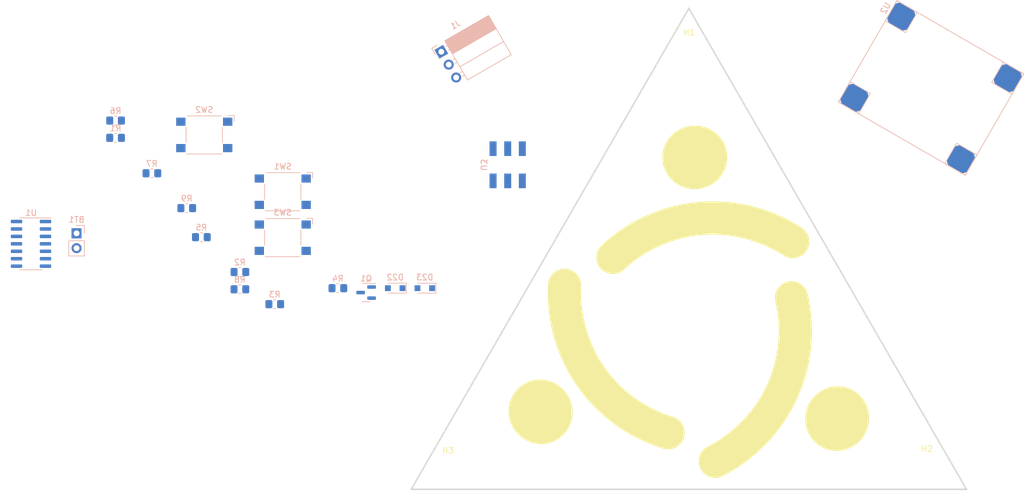
<source format=kicad_pcb>
(kicad_pcb (version 20211014) (generator pcbnew)
  (layers (0 "F.Cu" signal) (31 "B.Cu" signal) (34 "B.Paste" user) (35 "F.Paste" user) (36 "B.SilkS" user "B.Silkscreen") (37 "F.SilkS" user "F.Silkscreen") (38 "B.Mask" user) (39 "F.Mask" user) (44 "Edge.Cuts" user))
  (net 0 "")
  (net 1 "L3")
  (net 2 "L0")
  (net 3 "L1")
  (net 4 "L2")
  (net 5 "L4")
  (net 6 "GND")
  (net 7 "Net-(D1-Pad2)")
  (net 8 "Net-(D2-Pad2)")
  (net 9 "Net-(D3-Pad2)")
  (net 10 "Net-(BT1-Pad1)")
  (net 11 "Net-(D22-Pad1)")
  (net 12 "Net-(D23-Pad2)")
  (net 13 "UPDI")
  (net 14 "Net-(J1-Pad3)")
  (net 15 "Net-(R1-Pad1)")
  (net 16 "Net-(R2-Pad1)")
  (net 17 "Net-(R3-Pad1)")
  (net 18 "Net-(R4-Pad2)")
  (net 19 "Net-(R5-Pad2)")
  (net 20 "Net-(R6-Pad2)")
  (net 21 "Net-(R7-Pad2)")
  (net 22 "Net-(R8-Pad2)")
  (net 23 "butt1")
  (net 24 "butt2")
  (net 25 "butt3")
  (net 26 "VCC")
  (footprint "LED_SMD:LED_0805_2012Metric_Pad1.15x1.40mm_HandSolder" (layer "F.Cu") (at 174.214844 70.283909 90)
    (fp_text reference "D1" (at 0 -1.65 90) (layer "F.SilkS"))
    (fp_text value "LED")
    (pad "1" smd roundrect (at -1.025 0 90) (size 1.15 1.4) (layers "F.Cu" "F.Paste" "F.Mask") (roundrect_rratio 0.217391) (net 6 "GND"))
    (pad "2" smd roundrect (at 1.025 0 90) (size 1.15 1.4) (layers "F.Cu" "F.Paste" "F.Mask") (roundrect_rratio 0.217391) (net 7 "Net-(D1-Pad2)"))
  )
  (footprint "LED_SMD:LED_0805_2012Metric_Pad1.15x1.40mm_HandSolder" (layer "F.Cu") (at 187.440073 113.59607 55)
    (fp_text reference "D13" (at 0 -1.65 55) (layer "F.SilkS"))
    (fp_text value "LED_Small")
    (pad "1" smd roundrect (at -1.025 0 55) (size 1.15 1.4) (layers "F.Cu" "F.Paste" "F.Mask") (roundrect_rratio 0.217391) (net 1 "L3"))
    (pad "2" smd roundrect (at 1.025 0 55) (size 1.15 1.4) (layers "F.Cu" "F.Paste" "F.Mask") (roundrect_rratio 0.217391) (net 3 "L1"))
  )
  (footprint "LED_SMD:LED_0805_2012Metric_Pad1.15x1.40mm_HandSolder" (layer "F.Cu") (at 190.889725 84.18349 150)
    (fp_text reference "D9" (at 0 -1.65 150) (layer "F.SilkS"))
    (fp_text value "LED_Small")
    (pad "1" smd roundrect (at -1.025 0 150) (size 1.15 1.4) (layers "F.Cu" "F.Paste" "F.Mask") (roundrect_rratio 0.217391) (net 4 "L2"))
    (pad "2" smd roundrect (at 1.025 0 150) (size 1.15 1.4) (layers "F.Cu" "F.Paste" "F.Mask") (roundrect_rratio 0.217391) (net 2 "L0"))
  )
  (footprint "LED_SMD:LED_0805_2012Metric_Pad1.15x1.40mm_HandSolder" (layer "F.Cu") (at 160.323979 87.05841 -140)
    (fp_text reference "D4" (at 0 -1.65 40) (layer "F.SilkS"))
    (fp_text value "LED_Small")
    (pad "1" smd roundrect (at -1.025 0 220) (size 1.15 1.4) (layers "F.Cu" "F.Paste" "F.Mask") (roundrect_rratio 0.217391) (net 1 "L3"))
    (pad "2" smd roundrect (at 1.025 0 220) (size 1.15 1.4) (layers "F.Cu" "F.Paste" "F.Mask") (roundrect_rratio 0.217391) (net 2 "L0"))
  )
  (footprint "LED_SMD:LED_0805_2012Metric_Pad1.15x1.40mm_HandSolder" (layer "F.Cu") (at 163.33591 114.60071 -35)
    (fp_text reference "D17" (at 0 -1.65 145) (layer "F.SilkS"))
    (fp_text value "LED_Small")
    (pad "1" smd roundrect (at -1.025 0 325) (size 1.15 1.4) (layers "F.Cu" "F.Paste" "F.Mask") (roundrect_rratio 0.217391) (net 5 "L4"))
    (pad "2" smd roundrect (at 1.025 0 325) (size 1.15 1.4) (layers "F.Cu" "F.Paste" "F.Mask") (roundrect_rratio 0.217391) (net 1 "L3"))
  )
  (footprint "LED_SMD:LED_0805_2012Metric_Pad1.15x1.40mm_HandSolder" (layer "F.Cu") (at 191.116239 94.804162 105)
    (fp_text reference "D10" (at 0 -1.65 105) (layer "F.SilkS"))
    (fp_text value "LED_Small")
    (pad "1" smd roundrect (at -1.025 0 105) (size 1.15 1.4) (layers "F.Cu" "F.Paste" "F.Mask") (roundrect_rratio 0.217391) (net 3 "L1"))
    (pad "2" smd roundrect (at 1.025 0 105) (size 1.15 1.4) (layers "F.Cu" "F.Paste" "F.Mask") (roundrect_rratio 0.217391) (net 4 "L2"))
  )
  (footprint "LED_SMD:LED_0805_2012Metric_Pad1.15x1.40mm_HandSolder" (layer "F.Cu") (at 151.659523 92.434023 -90)
    (fp_text reference "D21" (at 0 -1.65 90) (layer "F.SilkS"))
    (fp_text value "LED_Small")
    (pad "1" smd roundrect (at -1.025 0 270) (size 1.15 1.4) (layers "F.Cu" "F.Paste" "F.Mask") (roundrect_rratio 0.217391) (net 5 "L4"))
    (pad "2" smd roundrect (at 1.025 0 270) (size 1.15 1.4) (layers "F.Cu" "F.Paste" "F.Mask") (roundrect_rratio 0.217391) (net 3 "L1"))
  )
  (footprint "LED_SMD:LED_0805_2012Metric_Pad1.15x1.40mm_HandSolder" (layer "F.Cu") (at 171.859968 81.230806 -170)
    (fp_text reference "D6" (at 0 -1.65 10) (layer "F.SilkS"))
    (fp_text value "LED_Small")
    (pad "1" smd roundrect (at -1.025 0 190) (size 1.15 1.4) (layers "F.Cu" "F.Paste" "F.Mask") (roundrect_rratio 0.217391) (net 2 "L0"))
    (pad "2" smd roundrect (at 1.025 0 190) (size 1.15 1.4) (layers "F.Cu" "F.Paste" "F.Mask") (roundrect_rratio 0.217391) (net 3 "L1"))
  )
  (footprint "LED_SMD:LED_0805_2012Metric_Pad1.15x1.40mm_HandSolder" (layer "F.Cu") (at 178.335233 80.664294 180)
    (fp_text reference "D7" (at 0 -1.65) (layer "F.SilkS"))
    (fp_text value "LED_Small")
    (pad "1" smd roundrect (at -1.025 0 180) (size 1.15 1.4) (layers "F.Cu" "F.Paste" "F.Mask") (roundrect_rratio 0.217391) (net 3 "L1"))
    (pad "2" smd roundrect (at 1.025 0 180) (size 1.15 1.4) (layers "F.Cu" "F.Paste" "F.Mask") (roundrect_rratio 0.217391) (net 2 "L0"))
  )
  (footprint "LED_SMD:LED_0805_2012Metric_Pad1.15x1.40mm_HandSolder" (layer "F.Cu") (at 190.230728 107.630147 70)
    (fp_text reference "D12" (at 0 -1.65 70) (layer "F.SilkS"))
    (fp_text value "LED_Small")
    (pad "1" smd roundrect (at -1.025 0 70) (size 1.15 1.4) (layers "F.Cu" "F.Paste" "F.Mask") (roundrect_rratio 0.217391) (net 3 "L1"))
    (pad "2" smd roundrect (at 1.025 0 70) (size 1.15 1.4) (layers "F.Cu" "F.Paste" "F.Mask") (roundrect_rratio 0.217391) (net 1 "L3"))
  )
  (footprint "LED_SMD:LED_0805_2012Metric_Pad1.15x1.40mm_HandSolder" (layer "F.Cu") (at 165.72339 83.373799 -155)
    (fp_text reference "D5" (at 0 -1.65 25) (layer "F.SilkS"))
    (fp_text value "LED_Small")
    (pad "1" smd roundrect (at -1.025 0 205) (size 1.15 1.4) (layers "F.Cu" "F.Paste" "F.Mask") (roundrect_rratio 0.217391) (net 2 "L0"))
    (pad "2" smd roundrect (at 1.025 0 205) (size 1.15 1.4) (layers "F.Cu" "F.Paste" "F.Mask") (roundrect_rratio 0.217391) (net 1 "L3"))
  )
  (footprint "LED_SMD:LED_0805_2012Metric_Pad1.15x1.40mm_HandSolder" (layer "F.Cu") (at 169.219645 117.599319 -20)
    (fp_text reference "D16" (at 0 -1.65 160) (layer "F.SilkS"))
    (fp_text value "LED_Small")
    (pad "1" smd roundrect (at -1.025 0 340) (size 1.15 1.4) (layers "F.Cu" "F.Paste" "F.Mask") (roundrect_rratio 0.217391) (net 1 "L3"))
    (pad "2" smd roundrect (at 1.025 0 340) (size 1.15 1.4) (layers "F.Cu" "F.Paste" "F.Mask") (roundrect_rratio 0.217391) (net 5 "L4"))
  )
  (footprint "LED_SMD:LED_0805_2012Metric_Pad1.15x1.40mm_HandSolder" (layer "F.Cu") (at 154.659171 104.9201 -65)
    (fp_text reference "D19" (at 0 -1.65 115) (layer "F.SilkS"))
    (fp_text value "LED_Small")
    (pad "1" smd roundrect (at -1.025 0 295) (size 1.15 1.4) (layers "F.Cu" "F.Paste" "F.Mask") (roundrect_rratio 0.217391) (net 5 "L4"))
    (pad "2" smd roundrect (at 1.025 0 295) (size 1.15 1.4) (layers "F.Cu" "F.Paste" "F.Mask") (roundrect_rratio 0.217391) (net 4 "L2"))
  )
  (footprint "LED_SMD:LED_0805_2012Metric_Pad1.15x1.40mm_HandSolder" (layer "F.Cu") (at 191.474797 101.19724 85)
    (fp_text reference "D11" (at 0 -1.65 85) (layer "F.SilkS"))
    (fp_text value "LED_Small")
    (pad "1" smd roundrect (at -1.025 0 85) (size 1.15 1.4) (layers "F.Cu" "F.Paste" "F.Mask") (roundrect_rratio 0.217391) (net 4 "L2"))
    (pad "2" smd roundrect (at 1.025 0 85) (size 1.15 1.4) (layers "F.Cu" "F.Paste" "F.Mask") (roundrect_rratio 0.217391) (net 3 "L1"))
  )
  (footprint "LED_SMD:LED_0805_2012Metric_Pad1.15x1.40mm_HandSolder" (layer "F.Cu") (at 178.067037 122.346281 25)
    (fp_text reference "D15" (at 0 -1.65 25) (layer "F.SilkS"))
    (fp_text value "LED_Small")
    (pad "1" smd roundrect (at -1.025 0 25) (size 1.15 1.4) (layers "F.Cu" "F.Paste" "F.Mask") (roundrect_rratio 0.217391) (net 1 "L3"))
    (pad "2" smd roundrect (at 1.025 0 25) (size 1.15 1.4) (layers "F.Cu" "F.Paste" "F.Mask") (roundrect_rratio 0.217391) (net 4 "L2"))
  )
  (footprint "LED_SMD:LED_0805_2012Metric_Pad1.15x1.40mm_HandSolder" (layer "F.Cu") (at 198.40815 115.045656 -25)
    (fp_text reference "D2" (at 0 -1.65 155) (layer "F.SilkS"))
    (fp_text value "LED")
    (pad "1" smd roundrect (at -1.025 0 335) (size 1.15 1.4) (layers "F.Cu" "F.Paste" "F.Mask") (roundrect_rratio 0.217391) (net 6 "GND"))
    (pad "2" smd roundrect (at 1.025 0 335) (size 1.15 1.4) (layers "F.Cu" "F.Paste" "F.Mask") (roundrect_rratio 0.217391) (net 8 "Net-(D2-Pad2)"))
  )
  (footprint "LED_SMD:LED_0805_2012Metric_Pad1.15x1.40mm_HandSolder" (layer "F.Cu") (at 183.26721 118.679102 40)
    (fp_text reference "D14" (at 0 -1.65 40) (layer "F.SilkS"))
    (fp_text value "LED_Small")
    (pad "1" smd roundrect (at -1.025 0 40) (size 1.15 1.4) (layers "F.Cu" "F.Paste" "F.Mask") (roundrect_rratio 0.217391) (net 4 "L2"))
    (pad "2" smd roundrect (at 1.025 0 40) (size 1.15 1.4) (layers "F.Cu" "F.Paste" "F.Mask") (roundrect_rratio 0.217391) (net 1 "L3"))
  )
  (footprint "LED_SMD:LED_0805_2012Metric_Pad1.15x1.40mm_HandSolder" (layer "F.Cu") (at 158.352498 110.41913 -50)
    (fp_text reference "D18" (at 0 -1.65 130) (layer "F.SilkS"))
    (fp_text value "LED_Small")
    (pad "1" smd roundrect (at -1.025 0 310) (size 1.15 1.4) (layers "F.Cu" "F.Paste" "F.Mask") (roundrect_rratio 0.217391) (net 4 "L2"))
    (pad "2" smd roundrect (at 1.025 0 310) (size 1.15 1.4) (layers "F.Cu" "F.Paste" "F.Mask") (roundrect_rratio 0.217391) (net 5 "L4"))
  )
  (footprint "MountingHole:MountingHole_2.2mm_M2" (layer "F.Cu") (at 213.8 123.3)
    (fp_text reference "H2" (at 0 -3.2) (layer "F.SilkS"))
    (fp_text value "MountingHole")
    (pad "" np_thru_hole circle (at 0 0) (size 2.2 2.2) (drill 2.2) (layers *.Cu *.Mask))
  )
  (footprint "MountingHole:MountingHole_2.2mm_M2" (layer "F.Cu") (at 132 123.6)
    (fp_text reference "H3" (at 0 -3.2) (layer "F.SilkS"))
    (fp_text value "MountingHole")
    (pad "" np_thru_hole circle (at 0 0) (size 2.2 2.2) (drill 2.2) (layers *.Cu *.Mask))
  )
  (footprint "LED_SMD:LED_0805_2012Metric_Pad1.15x1.40mm_HandSolder" (layer "F.Cu") (at 147.802769 113.75128 -140)
    (fp_text reference "D3" (at 0 -1.65 40) (layer "F.SilkS"))
    (fp_text value "LED")
    (pad "1" smd roundrect (at -1.025 0 220) (size 1.15 1.4) (layers "F.Cu" "F.Paste" "F.Mask") (roundrect_rratio 0.217391) (net 6 "GND"))
    (pad "2" smd roundrect (at 1.025 0 220) (size 1.15 1.4) (layers "F.Cu" "F.Paste" "F.Mask") (roundrect_rratio 0.217391) (net 9 "Net-(D3-Pad2)"))
  )
  (footprint "MountingHole:MountingHole_2.2mm_M2" (layer "F.Cu") (at 173.2 52.2)
    (fp_text reference "H1" (at 0 -3.2) (layer "F.SilkS"))
    (fp_text value "MountingHole")
    (pad "" np_thru_hole circle (at 0 0) (size 2.2 2.2) (drill 2.2) (layers *.Cu *.Mask))
  )
  (footprint "LED_SMD:LED_0805_2012Metric_Pad1.15x1.40mm_HandSolder" (layer "F.Cu") (at 184.841613 81.600789 160)
    (fp_text reference "D8" (at 0 -1.65 160) (layer "F.SilkS"))
    (fp_text value "LED_Small")
    (pad "1" smd roundrect (at -1.025 0 160) (size 1.15 1.4) (layers "F.Cu" "F.Paste" "F.Mask") (roundrect_rratio 0.217391) (net 2 "L0"))
    (pad "2" smd roundrect (at 1.025 0 160) (size 1.15 1.4) (layers "F.Cu" "F.Paste" "F.Mask") (roundrect_rratio 0.217391) (net 4 "L2"))
  )
  (footprint "LED_SMD:LED_0805_2012Metric_Pad1.15x1.40mm_HandSolder" (layer "F.Cu") (at 152.425275 98.891857 -80)
    (fp_text reference "D20" (at 0 -1.65 100) (layer "F.SilkS"))
    (fp_text value "LED_Small")
    (pad "1" smd roundrect (at -1.025 0 280) (size 1.15 1.4) (layers "F.Cu" "F.Paste" "F.Mask") (roundrect_rratio 0.217391) (net 3 "L1"))
    (pad "2" smd roundrect (at 1.025 0 280) (size 1.15 1.4) (layers "F.Cu" "F.Paste" "F.Mask") (roundrect_rratio 0.217391) (net 5 "L4"))
  )
  (footprint "sublink_custom:OKY3402" (layer "B.Cu") (at 214.493267 58.478203 -120)
    (fp_text reference "U2" (at -7.9 13.55 60 unlocked) (layer "B.SilkS") (effects (justify mirror)))
    (fp_text value "OKY3402")
    (pad "1" smd roundrect (at -8 10.5 240) (size 4 4) (layers "B.Cu" "B.Paste" "B.Mask") (net 6 "GND"))
    (pad "2" smd roundrect (at 8 10.5 240) (size 4 4) (layers "B.Cu" "B.Paste" "B.Mask") (net 12 "Net-(D23-Pad2)"))
    (pad "3" smd roundrect (at -8 -10.5 240) (size 4 4) (layers "B.Cu" "B.Paste" "B.Mask") (net 6 "GND"))
    (pad "4" smd roundrect (at 8 -10.5 240) (size 4 4) (layers "B.Cu" "B.Paste" "B.Mask") (net 10 "Net-(BT1-Pad1)"))
  )
  (footprint "Button_Switch_SMD:SW_SPST_Omron_B3FS-100xP" (layer "B.Cu") (at 103.786904 84.05 180)
    (fp_text reference "SW3" (at 0 4.3) (layer "B.SilkS") (effects (justify mirror)))
    (fp_text value "SW_Push")
    (pad "1" smd rect (at 4 2.25) (size 1.6 1.4) (layers "B.Cu" "B.Paste" "B.Mask") (net 6 "GND"))
    (pad "1" smd rect (at -4 2.25) (size 1.6 1.4) (layers "B.Cu" "B.Paste" "B.Mask") (net 6 "GND"))
    (pad "2" smd rect (at 4 -2.25) (size 1.6 1.4) (layers "B.Cu" "B.Paste" "B.Mask") (net 25 "butt3"))
    (pad "2" smd rect (at -4 -2.25) (size 1.6 1.4) (layers "B.Cu" "B.Paste" "B.Mask") (net 25 "butt3"))
  )
  (footprint "Resistor_SMD:R_0805_2012Metric_Pad1.20x1.40mm_HandSolder" (layer "B.Cu") (at 113.201904 92.67 180)
    (fp_text reference "R4" (at 0 1.65) (layer "B.SilkS") (effects (justify mirror)))
    (fp_text value "R_Small")
    (pad "1" smd roundrect (at -1 0 180) (size 1.2 1.4) (layers "B.Cu" "B.Paste" "B.Mask") (roundrect_rratio 0.208333) (net 2 "L0"))
    (pad "2" smd roundrect (at 1 0 180) (size 1.2 1.4) (layers "B.Cu" "B.Paste" "B.Mask") (roundrect_rratio 0.208333) (net 18 "Net-(R4-Pad2)"))
  )
  (footprint "Resistor_SMD:R_0805_2012Metric_Pad1.20x1.40mm_HandSolder" (layer "B.Cu") (at 75.241904 67 180)
    (fp_text reference "R1" (at 0 1.65) (layer "B.SilkS") (effects (justify mirror)))
    (fp_text value "R_Small")
    (pad "1" smd roundrect (at -1 0 180) (size 1.2 1.4) (layers "B.Cu" "B.Paste" "B.Mask") (roundrect_rratio 0.208333) (net 15 "Net-(R1-Pad1)"))
    (pad "2" smd roundrect (at 1 0 180) (size 1.2 1.4) (layers "B.Cu" "B.Paste" "B.Mask") (roundrect_rratio 0.208333) (net 7 "Net-(D1-Pad2)"))
  )
  (footprint "Resistor_SMD:R_0805_2012Metric_Pad1.20x1.40mm_HandSolder" (layer "B.Cu") (at 89.891904 83.96 180)
    (fp_text reference "R5" (at 0 1.65) (layer "B.SilkS") (effects (justify mirror)))
    (fp_text value "R_Small")
    (pad "1" smd roundrect (at -1 0 180) (size 1.2 1.4) (layers "B.Cu" "B.Paste" "B.Mask") (roundrect_rratio 0.208333) (net 3 "L1"))
    (pad "2" smd roundrect (at 1 0 180) (size 1.2 1.4) (layers "B.Cu" "B.Paste" "B.Mask") (roundrect_rratio 0.208333) (net 19 "Net-(R5-Pad2)"))
  )
  (footprint "Connector_PinSocket_2.54mm:PinSocket_1x03_P2.54mm_Horizontal" (layer "B.Cu") (at 130.86 52.300591 -150)
    (fp_text reference "J1" (at -4.38 2.77 30) (layer "B.SilkS") (effects (justify mirror)))
    (fp_text value "Conn_01x03_Female")
    (pad "1" thru_hole rect (at 0 0 210) (size 1.7 1.7) (drill 1) (layers *.Cu *.Mask) (net 6 "GND"))
    (pad "2" thru_hole oval (at 0 -2.54 210) (size 1.7 1.7) (drill 1) (layers *.Cu *.Mask) (net 13 "UPDI"))
    (pad "3" thru_hole oval (at 0 -5.08 210) (size 1.7 1.7) (drill 1) (layers *.Cu *.Mask) (net 14 "Net-(J1-Pad3)"))
  )
  (footprint "Resistor_SMD:R_0805_2012Metric_Pad1.20x1.40mm_HandSolder" (layer "B.Cu") (at 87.391904 79 180)
    (fp_text reference "R9" (at 0 1.65) (layer "B.SilkS") (effects (justify mirror)))
    (fp_text value "10k")
    (pad "1" smd roundrect (at -1 0 180) (size 1.2 1.4) (layers "B.Cu" "B.Paste" "B.Mask") (roundrect_rratio 0.208333) (net 6 "GND"))
    (pad "2" smd roundrect (at 1 0 180) (size 1.2 1.4) (layers "B.Cu" "B.Paste" "B.Mask") (roundrect_rratio 0.208333) (net 12 "Net-(D23-Pad2)"))
  )
  (footprint "Package_TO_SOT_SMD:SOT-23" (layer "B.Cu") (at 118.021904 93.42 180)
    (fp_text reference "Q1" (at 0 2.4) (layer "B.SilkS") (effects (justify mirror)))
    (fp_text value "YJL2305A")
    (pad "1" smd roundrect (at -0.9375 0.95 180) (size 1.475 0.6) (layers "B.Cu" "B.Paste" "B.Mask") (net 10 "Net-(BT1-Pad1)"))
    (pad "2" smd roundrect (at -0.9375 -0.95 180) (size 1.475 0.6) (layers "B.Cu" "B.Paste" "B.Mask") (net 12 "Net-(D23-Pad2)"))
    (pad "3" smd roundrect (at 0.9375 0 180) (size 1.475 0.6) (layers "B.Cu" "B.Paste" "B.Mask") (net 11 "Net-(D22-Pad1)"))
  )
  (footprint "Resistor_SMD:R_0805_2012Metric_Pad1.20x1.40mm_HandSolder" (layer "B.Cu") (at 81.441904 73.05 180)
    (fp_text reference "R7" (at 0 1.65) (layer "B.SilkS") (effects (justify mirror)))
    (fp_text value "R_Small")
    (pad "1" smd roundrect (at -1 0 180) (size 1.2 1.4) (layers "B.Cu" "B.Paste" "B.Mask") (roundrect_rratio 0.208333) (net 1 "L3"))
    (pad "2" smd roundrect (at 1 0 180) (size 1.2 1.4) (layers "B.Cu" "B.Paste" "B.Mask") (roundrect_rratio 0.208333) (net 21 "Net-(R7-Pad2)"))
  )
  (footprint "Button_Switch_SMD:SW_SPST_Omron_B3FS-100xP" (layer "B.Cu") (at 103.786904 76.2 180)
    (fp_text reference "SW1" (at 0 4.3) (layer "B.SilkS") (effects (justify mirror)))
    (fp_text value "SW_Push")
    (pad "1" smd rect (at -4 2.25) (size 1.6 1.4) (layers "B.Cu" "B.Paste" "B.Mask") (net 6 "GND"))
    (pad "1" smd rect (at 4 2.25) (size 1.6 1.4) (layers "B.Cu" "B.Paste" "B.Mask") (net 6 "GND"))
    (pad "2" smd rect (at -4 -2.25) (size 1.6 1.4) (layers "B.Cu" "B.Paste" "B.Mask") (net 23 "butt1"))
    (pad "2" smd rect (at 4 -2.25) (size 1.6 1.4) (layers "B.Cu" "B.Paste" "B.Mask") (net 23 "butt1"))
  )
  (footprint "Diode_SMD:D_SOD-323_HandSoldering" (layer "B.Cu") (at 128.041904 92.67 180)
    (fp_text reference "D23" (at 0 1.85) (layer "B.SilkS") (effects (justify mirror)))
    (fp_text value "BAS21HT1G")
    (pad "1" smd rect (at -1.25 0 180) (size 1 1) (layers "B.Cu" "B.Paste" "B.Mask") (net 11 "Net-(D22-Pad1)"))
    (pad "2" smd rect (at 1.25 0 180) (size 1 1) (layers "B.Cu" "B.Paste" "B.Mask") (net 12 "Net-(D23-Pad2)"))
  )
  (footprint "Resistor_SMD:R_0805_2012Metric_Pad1.20x1.40mm_HandSolder" (layer "B.Cu") (at 102.421904 95.4 180)
    (fp_text reference "R3" (at 0 1.65) (layer "B.SilkS") (effects (justify mirror)))
    (fp_text value "R_Small")
    (pad "1" smd roundrect (at -1 0 180) (size 1.2 1.4) (layers "B.Cu" "B.Paste" "B.Mask") (roundrect_rratio 0.208333) (net 17 "Net-(R3-Pad1)"))
    (pad "2" smd roundrect (at 1 0 180) (size 1.2 1.4) (layers "B.Cu" "B.Paste" "B.Mask") (roundrect_rratio 0.208333) (net 9 "Net-(D3-Pad2)"))
  )
  (footprint "Package_SO:SOIC-14_3.9x8.7mm_P1.27mm" (layer "B.Cu") (at 60.8 85.1 180)
    (fp_text reference "U1" (at 0 5.28) (layer "B.SilkS") (effects (justify mirror)))
    (fp_text value "ATtiny414-SS")
    (pad "1" smd roundrect (at -2.475 3.81 180) (size 1.95 0.6) (layers "B.Cu" "B.Paste" "B.Mask") (net 26 "VCC"))
    (pad "2" smd roundrect (at -2.475 2.54 180) (size 1.95 0.6) (layers "B.Cu" "B.Paste" "B.Mask") (net 19 "Net-(R5-Pad2)"))
    (pad "3" smd roundrect (at -2.475 1.27 180) (size 1.95 0.6) (layers "B.Cu" "B.Paste" "B.Mask") (net 20 "Net-(R6-Pad2)"))
    (pad "4" smd roundrect (at -2.475 0 180) (size 1.95 0.6) (layers "B.Cu" "B.Paste" "B.Mask") (net 21 "Net-(R7-Pad2)"))
    (pad "5" smd roundrect (at -2.475 -1.27 180) (size 1.95 0.6) (layers "B.Cu" "B.Paste" "B.Mask") (net 22 "Net-(R8-Pad2)"))
    (pad "6" smd roundrect (at -2.475 -2.54 180) (size 1.95 0.6) (layers "B.Cu" "B.Paste" "B.Mask") (net 23 "butt1"))
    (pad "7" smd roundrect (at -2.475 -3.81 180) (size 1.95 0.6) (layers "B.Cu" "B.Paste" "B.Mask") (net 17 "Net-(R3-Pad1)"))
    (pad "8" smd roundrect (at 2.475 -3.81 180) (size 1.95 0.6) (layers "B.Cu" "B.Paste" "B.Mask") (net 16 "Net-(R2-Pad1)"))
    (pad "9" smd roundrect (at 2.475 -2.54 180) (size 1.95 0.6) (layers "B.Cu" "B.Paste" "B.Mask") (net 15 "Net-(R1-Pad1)"))
    (pad "10" smd roundrect (at 2.475 -1.27 180) (size 1.95 0.6) (layers "B.Cu" "B.Paste" "B.Mask") (net 13 "UPDI"))
    (pad "11" smd roundrect (at 2.475 0 180) (size 1.95 0.6) (layers "B.Cu" "B.Paste" "B.Mask") (net 24 "butt2"))
    (pad "12" smd roundrect (at 2.475 1.27 180) (size 1.95 0.6) (layers "B.Cu" "B.Paste" "B.Mask") (net 25 "butt3"))
    (pad "13" smd roundrect (at 2.475 2.54 180) (size 1.95 0.6) (layers "B.Cu" "B.Paste" "B.Mask") (net 18 "Net-(R4-Pad2)"))
    (pad "14" smd roundrect (at 2.475 3.81 180) (size 1.95 0.6) (layers "B.Cu" "B.Paste" "B.Mask") (net 6 "GND"))
  )
  (footprint "Resistor_SMD:R_0805_2012Metric_Pad1.20x1.40mm_HandSolder" (layer "B.Cu") (at 96.471904 92.86 180)
    (fp_text reference "R8" (at 0 1.65) (layer "B.SilkS") (effects (justify mirror)))
    (fp_text value "R_Small")
    (pad "1" smd roundrect (at -1 0 180) (size 1.2 1.4) (layers "B.Cu" "B.Paste" "B.Mask") (roundrect_rratio 0.208333) (net 5 "L4"))
    (pad "2" smd roundrect (at 1 0 180) (size 1.2 1.4) (layers "B.Cu" "B.Paste" "B.Mask") (roundrect_rratio 0.208333) (net 22 "Net-(R8-Pad2)"))
  )
  (footprint "Resistor_SMD:R_0805_2012Metric_Pad1.20x1.40mm_HandSolder" (layer "B.Cu") (at 96.471904 89.91 180)
    (fp_text reference "R2" (at 0 1.65) (layer "B.SilkS") (effects (justify mirror)))
    (fp_text value "R_Small")
    (pad "1" smd roundrect (at -1 0 180) (size 1.2 1.4) (layers "B.Cu" "B.Paste" "B.Mask") (roundrect_rratio 0.208333) (net 16 "Net-(R2-Pad1)"))
    (pad "2" smd roundrect (at 1 0 180) (size 1.2 1.4) (layers "B.Cu" "B.Paste" "B.Mask") (roundrect_rratio 0.208333) (net 8 "Net-(D2-Pad2)"))
  )
  (footprint "sublink_custom:JS202011" (layer "B.Cu") (at 142.2 71.6 180)
    (fp_text reference "U3" (at 4.0894 -0.0254 270 unlocked) (layer "B.SilkS") (effects (justify mirror)))
    (fp_text value "JS202011")
    (pad "1" smd rect (at -2.5 -2.75 180) (size 1.2 2.5) (layers "B.Cu" "B.Paste" "B.Mask") (net 11 "Net-(D22-Pad1)"))
    (pad "2" smd rect (at 0 -2.75 180) (size 1.2 2.5) (layers "B.Cu" "B.Paste" "B.Mask"))
    (pad "3" smd rect (at 2.5 -2.75 180) (size 1.2 2.5) (layers "B.Cu" "B.Paste" "B.Mask") (net 14 "Net-(J1-Pad3)"))
    (pad "4" smd rect (at -2.5 2.75 180) (size 1.2 2.5) (layers "B.Cu" "B.Paste" "B.Mask"))
    (pad "5" smd rect (at 0 2.75 180) (size 1.2 2.5) (layers "B.Cu" "B.Paste" "B.Mask") (net 26 "VCC"))
    (pad "6" smd rect (at 2.5 2.75 180) (size 1.2 2.5) (layers "B.Cu" "B.Paste" "B.Mask"))
  )
  (footprint "Button_Switch_SMD:SW_SPST_Omron_B3FS-100xP" (layer "B.Cu") (at 90.386904 66.5 180)
    (fp_text reference "SW2" (at 0 4.3) (layer "B.SilkS") (effects (justify mirror)))
    (fp_text value "SW_Push")
    (pad "1" smd rect (at -4 2.25) (size 1.6 1.4) (layers "B.Cu" "B.Paste" "B.Mask") (net 6 "GND"))
    (pad "1" smd rect (at 4 2.25) (size 1.6 1.4) (layers "B.Cu" "B.Paste" "B.Mask") (net 6 "GND"))
    (pad "2" smd rect (at 4 -2.25) (size 1.6 1.4) (layers "B.Cu" "B.Paste" "B.Mask") (net 24 "butt2"))
    (pad "2" smd rect (at -4 -2.25) (size 1.6 1.4) (layers "B.Cu" "B.Paste" "B.Mask") (net 24 "butt2"))
  )
  (footprint "Resistor_SMD:R_0805_2012Metric_Pad1.20x1.40mm_HandSolder" (layer "B.Cu") (at 75.241904 64.05 180)
    (fp_text reference "R6" (at 0 1.65) (layer "B.SilkS") (effects (justify mirror)))
    (fp_text value "R_Small")
    (pad "1" smd roundrect (at -1 0 180) (size 1.2 1.4) (layers "B.Cu" "B.Paste" "B.Mask") (roundrect_rratio 0.208333) (net 4 "L2"))
    (pad "2" smd roundrect (at 1 0 180) (size 1.2 1.4) (layers "B.Cu" "B.Paste" "B.Mask") (roundrect_rratio 0.208333) (net 20 "Net-(R6-Pad2)"))
  )
  (footprint "Diode_SMD:D_SOD-323_HandSoldering" (layer "B.Cu") (at 122.991904 92.67 180)
    (fp_text reference "D22" (at 0 1.85) (layer "B.SilkS") (effects (justify mirror)))
    (fp_text value "DNP")
    (pad "1" smd rect (at -1.25 0 180) (size 1 1) (layers "B.Cu" "B.Paste" "B.Mask") (net 11 "Net-(D22-Pad1)"))
    (pad "2" smd rect (at 1.25 0 180) (size 1 1) (layers "B.Cu" "B.Paste" "B.Mask") (net 10 "Net-(BT1-Pad1)"))
  )
  (footprint "Connector_PinHeader_2.54mm:PinHeader_1x02_P2.54mm_Vertical" (layer "B.Cu") (at 68.581904 83.300591 180)
    (fp_text reference "BT1" (at 0 2.33) (layer "B.SilkS") (effects (justify mirror)))
    (fp_text value "3V7")
    (pad "1" thru_hole rect (at 0 0 180) (size 1.7 1.7) (drill 1) (layers *.Cu *.Mask) (net 10 "Net-(BT1-Pad1)"))
    (pad "2" thru_hole oval (at 0 -2.54 180) (size 1.7 1.7) (drill 1) (layers *.Cu *.Mask) (net 6 "GND"))
  )
  (gr_poly (pts (xy 177.080626 77.832326) (xy 179.356599 77.912667) (xy 181.62476 78.180002) (xy 183.873118 78.635378) (xy 186.089676 79.279845) (xy 187.182284 79.673315) (xy 188.262445 80.114451) (xy 189.328659 80.603385) (xy 190.379428 81.140248) (xy 191.413252 81.72517) (xy 192.428633 82.358283) (xy 192.583525 82.466862) (xy 192.729711 82.584537) (xy 192.866921 82.710774) (xy 192.994884 82.845042) (xy 193.113332 82.986808) (xy 193.221994 83.13554) (xy 193.320601 83.290707) (xy 193.408882 83.451774) (xy 193.486569 83.618212) (xy 193.553391 83.789485) (xy 193.609079 83.965063) (xy 193.653362 84.144414) (xy 193.685972 84.327005) (xy 193.706637 84.512304) (xy 193.71509 84.699778) (xy 193.711058 84.888896) (xy 193.694472 85.077327) (xy 193.665655 85.262766) (xy 193.624935 85.444713) (xy 193.572637 85.622668) (xy 193.509087 85.796131) (xy 193.434611 85.964602) (xy 193.349537 86.127581) (xy 193.254188 86.284569) (xy 193.148893 86.435067) (xy 193.033976 86.578574) (xy 192.909764 86.714589) (xy 192.776582 86.842616) (xy 192.634758 86.962152) (xy 192.484617 87.072698) (xy 192.326486 87.173755) (xy 192.160689 87.264822) (xy 191.98921 87.344673) (xy 191.814207 87.412437) (xy 191.636276 87.468146) (xy 191.456015 87.511832) (xy 191.274017 87.543526) (xy 191.090879 87.563264) (xy 190.907198 87.571077) (xy 190.723568 87.566996) (xy 190.540585 87.551056) (xy 190.358846 87.523289) (xy 190.178947 87.483725) (xy 190.001483 87.4324) (xy 189.82705 87.369345) (xy 189.656243 87.294593) (xy 189.489659 87.208176) (xy 189.327894 87.110127) (xy 188.91893 86.850886) (xy 188.433179 86.561364) (xy 187.873177 86.249222) (xy 187.241465 85.92212) (xy 186.540577 85.587715) (xy 185.773052 85.253672) (xy 184.941429 84.927649) (xy 184.048243 84.617305) (xy 183.096034 84.330302) (xy 182.08734 84.074301) (xy 181.024695 83.856959) (xy 180.473937 83.765181) (xy 179.910641 83.685939) (xy 179.335128 83.620194) (xy 178.747714 83.5689) (xy 178.148715 83.533018) (xy 177.53845 83.513503) (xy 176.917235 83.511314) (xy 176.285389 83.527408) (xy 175.643228 83.562742) (xy 174.991068 83.618274) (xy 174.091077 83.73171) (xy 173.199021 83.881093) (xy 172.3159 84.065971) (xy 171.442713 84.285885) (xy 170.580461 84.540381) (xy 169.73014 84.829003) (xy 168.892753 85.151297) (xy 168.069296 85.506806) (xy 167.260769 85.895075) (xy 166.468172 86.31565) (xy 165.692505 86.768073) (xy 164.934765 87.251891) (xy 164.195954 87.766646) (xy 163.477068 88.311885) (xy 162.779109 88.887151) (xy 162.103075 89.49199) (xy 162.014862 89.571481) (xy 161.923676 89.646966) (xy 161.829659 89.718383) (xy 161.732951 89.785669) (xy 161.633693 89.848761) (xy 161.532024 89.907596) (xy 161.428084 89.962111) (xy 161.322016 90.012243) (xy 161.213958 90.057931) (xy 161.104052 90.099112) (xy 160.992437 90.13572) (xy 160.879253 90.167696) (xy 160.764642 90.194975) (xy 160.648744 90.217495) (xy 160.531698 90.235193) (xy 160.413646 90.248006) (xy 160.413646 90.248008) (xy 160.18839 90.259202) (xy 159.965502 90.252669) (xy 159.745833 90.228913) (xy 159.530239 90.188433) (xy 159.319573 90.13173) (xy 159.114689 90.059304) (xy 158.91644 89.971657) (xy 158.72568 89.86929) (xy 158.543264 89.752704) (xy 158.370043 89.622399) (xy 158.206873 89.478877) (xy 158.054608 89.322639) (xy 157.914099 89.154185) (xy 157.786203 88.974016) (xy 157.671771 88.782633) (xy 157.57166 88.580538) (xy 157.487822 88.371165) (xy 157.421518 88.158266) (xy 157.372548 87.942812) (xy 157.340719 87.725773) (xy 157.325834 87.508118) (xy 157.327696 87.290817) (xy 157.346109 87.074841) (xy 157.380878 86.86116) (xy 157.431807 86.650746) (xy 157.498699 86.444566) (xy 157.581358 86.243593) (xy 157.679589 86.048796) (xy 157.793195 85.861144) (xy 157.92198 85.68161) (xy 158.065749 85.511161) (xy 158.224304 85.350771) (xy 159.114321 84.550957) (xy 160.030868 83.795399) (xy 160.97245 83.084229) (xy 161.937564 82.417578) (xy 162.924712 81.795575) (xy 163.932395 81.218354) (xy 166.003371 80.198776) (xy 168.138496 79.359897) (xy 170.325778 78.702762) (xy 172.553222 78.228422) (xy 174.808836 77.937927)) (layer "F.SilkS") (width 0) (fill solid))
  (gr_poly (pts (xy 198.606648 109.410329) (xy 199.054765 109.432217) (xy 199.487881 109.495244) (xy 199.931682 109.589216) (xy 200.360941 109.729606) (xy 200.776237 109.892467) (xy 201.185142 110.103699) (xy 201.556816 110.344742) (xy 201.92529 110.60997) (xy 202.257225 110.912922) (xy 202.566365 111.228493) (xy 202.855009 111.583038) (xy 203.106196 111.964766) (xy 203.320937 112.354991) (xy 203.516672 112.770788) (xy 203.660611 113.201736) (xy 203.786799 113.642205) (xy 203.862898 114.087059) (xy 203.90233 114.537773) (xy 203.913466 114.998934) (xy 203.879557 115.461378) (xy 203.823176 115.909852) (xy 203.71844 116.351932) (xy 203.573466 116.789565) (xy 203.400751 117.213692) (xy 203.186424 117.617556) (xy 202.952263 118.007215) (xy 202.67649 118.376616) (xy 202.374924 118.724366) (xy 202.051681 119.036836) (xy 201.700692 119.335791) (xy 201.319658 119.594882) (xy 200.93322 119.822575) (xy 200.520295 120.020714) (xy 200.096226 120.182645) (xy 199.653352 120.311689) (xy 199.218024 120.405552) (xy 198.770402 120.45003) (xy 198.317844 120.468374) (xy 197.869729 120.446491) (xy 197.420794 120.384844) (xy 196.976306 120.282968) (xy 196.54464 120.14544) (xy 196.144231 119.970651) (xy 195.741988 119.774777) (xy 195.354267 119.532482) (xy 194.996104 119.263694) (xy 194.656027 118.958799) (xy 194.346429 118.637959) (xy 194.055378 118.286273) (xy 193.806829 117.904322) (xy 193.592088 117.51409) (xy 193.407359 117.102645) (xy 193.250464 116.675489) (xy 193.137694 116.2365) (xy 193.054933 115.776293) (xy 193.003248 115.337275) (xy 192.994753 114.875886) (xy 193.02912 114.418713) (xy 193.103946 113.968623) (xy 193.206053 113.526771) (xy 193.345068 113.081695) (xy 193.515606 112.66307) (xy 193.721561 112.254627) (xy 193.971306 111.860944) (xy 194.238933 111.489602) (xy 194.54314 111.141619) (xy 194.863751 110.829384) (xy 195.220702 110.537873) (xy 195.595773 110.271335) (xy 195.982211 110.043642) (xy 196.397777 109.845272) (xy 196.824708 109.685748) (xy 197.254636 109.56049) (xy 197.701197 109.473612) (xy 198.148127 109.421231)) (layer "F.SilkS") (width 0) (fill solid))
  (gr_poly (pts (xy 174.105498 64.904978) (xy 174.560596 64.915624) (xy 175.01938 64.968443) (xy 175.470624 65.05645) (xy 175.903778 65.180566) (xy 176.336831 65.333907) (xy 176.752718 65.5339) (xy 177.143861 65.754649) (xy 177.52242 66.013683) (xy 177.871425 66.299206) (xy 178.207616 66.620377) (xy 178.504726 66.95028) (xy 178.767708 67.31504) (xy 179.010982 67.697458) (xy 179.215876 68.096515) (xy 179.385481 68.51725) (xy 179.521746 68.951527) (xy 179.618935 69.394533) (xy 179.664888 69.828742) (xy 179.695955 70.274879) (xy 179.682905 70.732843) (xy 179.628702 71.175814) (xy 179.532554 71.625113) (xy 179.410617 72.052764) (xy 179.251312 72.478371) (xy 179.045354 72.886813) (xy 178.815545 73.265471) (xy 178.552954 73.633716) (xy 178.259524 73.983413) (xy 177.936504 74.298516) (xy 177.577841 74.6008) (xy 177.223857 74.865492) (xy 176.827796 75.104651) (xy 176.414867 75.30279) (xy 175.987937 75.462314) (xy 175.553434 75.595942) (xy 175.100112 75.696689) (xy 174.651245 75.757208) (xy 174.196968 75.786329) (xy 173.730406 75.766061) (xy 173.274713 75.718281) (xy 172.82084 75.630505) (xy 172.387685 75.506389) (xy 171.959211 75.344681) (xy 171.538746 75.153057) (xy 171.150235 74.932076) (xy 170.771678 74.673043) (xy 170.419341 74.379843) (xy 170.094851 74.070927) (xy 169.796588 73.727847) (xy 169.528567 73.366184) (xy 169.28987 72.975397) (xy 169.084975 72.57634) (xy 168.924661 72.170728) (xy 168.780723 71.739778) (xy 168.6888 71.296311) (xy 168.623706 70.855808) (xy 168.602029 70.395571) (xy 168.621967 69.955596) (xy 168.669976 69.502543) (xy 168.764408 69.064019) (xy 168.886351 68.636368) (xy 169.045651 68.21076) (xy 169.251609 67.802317) (xy 169.481191 67.421024) (xy 169.745724 67.04464) (xy 170.04512 66.70239) (xy 170.361708 66.374571) (xy 170.710985 66.086387) (xy 171.083883 65.825351) (xy 171.47467 65.586655) (xy 171.892639 65.385418) (xy 172.310044 65.208136) (xy 172.745016 65.079779) (xy 173.196156 64.984535) (xy 173.650069 64.920919)) (layer "F.SilkS") (width 0) (fill solid))
  (gr_poly (pts (xy 151.778561 89.345803) (xy 151.920236 89.342774) (xy 152.063341 89.346818) (xy 152.206069 89.357951) (xy 152.346627 89.375967) (xy 152.484854 89.400691) (xy 152.620586 89.431948) (xy 152.753662 89.469563) (xy 152.883921 89.513361) (xy 153.0112 89.563167) (xy 153.135338 89.618807) (xy 153.256171 89.680105) (xy 153.373539 89.746887) (xy 153.48728 89.818977) (xy 153.597231 89.8962) (xy 153.70323 89.978384) (xy 153.805116 90.06535) (xy 153.902725 90.156924) (xy 153.995899 90.252934) (xy 154.084472 90.353201) (xy 154.168283 90.457553) (xy 154.247171 90.565814) (xy 154.320974 90.677809) (xy 154.389529 90.793364) (xy 154.452675 90.912302) (xy 154.51025 91.034451) (xy 154.56209 91.159634) (xy 154.608037 91.287676) (xy 154.647925 91.418403) (xy 154.681595 91.551639) (xy 154.708883 91.687211) (xy 154.729628 91.824942) (xy 154.743668 91.964659) (xy 154.75084 92.106184) (xy 154.750984 92.249346) (xy 154.72333 93.299113) (xy 154.733022 93.940296) (xy 154.765557 94.65099) (xy 154.826306 95.425186) (xy 154.92064 96.256867) (xy 155.053932 97.140018) (xy 155.231554 98.068628) (xy 155.458877 99.036682) (xy 155.741274 100.038165) (xy 156.084116 101.067063) (xy 156.492775 102.117364) (xy 156.972624 103.183052) (xy 157.240922 103.719787) (xy 157.529034 104.258112) (xy 157.837628 104.797279) (xy 158.167376 105.336534) (xy 158.518951 105.875125) (xy 158.893023 106.4123) (xy 159.441178 107.135108) (xy 160.016524 107.833048) (xy 160.618164 108.505482) (xy 161.245203 109.151771) (xy 161.896745 109.771276) (xy 162.571896 110.363359) (xy 163.269759 110.927381) (xy 163.989438 111.462703) (xy 164.730039 111.968687) (xy 165.490664 112.444693) (xy 166.270419 112.890085) (xy 167.068407 113.30422) (xy 167.883734 113.686464) (xy 168.715503 114.036175) (xy 169.56282 114.352716) (xy 170.424787 114.635446) (xy 170.537987 114.672522) (xy 170.649182 114.714187) (xy 170.758248 114.760352) (xy 170.865058 114.810925) (xy 170.969488 114.865816) (xy 171.071415 114.924934) (xy 171.17071 114.988187) (xy 171.267252 115.055485) (xy 171.360913 115.126736) (xy 171.45157 115.20185) (xy 171.539097 115.280734) (xy 171.62337 115.3633) (xy 171.704263 115.449454) (xy 171.781651 115.539107) (xy 171.855409 115.632165) (xy 171.925413 115.728541) (xy 171.925414 115.728545) (xy 172.047048 115.918101) (xy 172.152194 116.114407) (xy 172.240858 116.316479) (xy 172.313048 116.523334) (xy 172.368775 116.733984) (xy 172.408044 116.947449) (xy 172.430866 117.162743) (xy 172.437248 117.378882) (xy 172.427198 117.594881) (xy 172.400726 117.809756) (xy 172.357839 118.022524) (xy 172.298545 118.232199) (xy 172.222855 118.437799) (xy 172.130774 118.638337) (xy 172.022313 118.832831) (xy 171.897478 119.020297) (xy 171.829399 119.110469) (xy 171.758259 119.19734) (xy 171.684172 119.280869) (xy 171.607257 119.361017) (xy 171.527629 119.437745) (xy 171.445406 119.511013) (xy 171.360703 119.580781) (xy 171.273638 119.647013) (xy 171.184328 119.709666) (xy 171.092887 119.768701) (xy 170.904084 119.875765) (xy 170.708162 119.967889) (xy 170.506054 120.044758) (xy 170.298692 120.106058) (xy 170.08701 120.151473) (xy 169.871938 120.180689) (xy 169.763423 120.189125) (xy 169.654411 120.193393) (xy 169.545018 120.193453) (xy 169.435361 120.189268) (xy 169.325556 120.180796) (xy 169.215719 120.168) (xy 169.105969 120.150839) (xy 168.996421 120.129274) (xy 168.887192 120.103267) (xy 168.778397 120.072777) (xy 167.64045 119.702326) (xy 166.527569 119.286731) (xy 165.440618 118.827225) (xy 164.380461 118.325044) (xy 163.347963 117.781423) (xy 162.343987 117.197593) (xy 161.369399 116.57479) (xy 160.425062 115.914249) (xy 159.51184 115.217203) (xy 158.630598 114.484887) (xy 157.7822 113.718533) (xy 156.967511 112.919378) (xy 156.187394 112.088655) (xy 155.442715 111.227597) (xy 154.734336 110.33744) (xy 154.063123 109.419417) (xy 153.429939 108.474763) (xy 152.835649 107.504711) (xy 152.281117 106.510497) (xy 151.767209 105.493353) (xy 151.294786 104.454515) (xy 150.864715 103.395216) (xy 150.477859 102.31669) (xy 150.135082 101.220173) (xy 149.837249 100.106897) (xy 149.585225 98.978097) (xy 149.379873 97.835008) (xy 149.222056 96.678863) (xy 149.112641 95.510896) (xy 149.052491 94.332342) (xy 149.04247 93.144435) (xy 149.083444 91.948409) (xy 149.098746 91.806068) (xy 149.120866 91.666096) (xy 149.149622 91.528653) (xy 149.184835 91.393892) (xy 149.226327 91.261973) (xy 149.273916 91.133051) (xy 149.327424 91.007284) (xy 149.386671 90.884827) (xy 149.451477 90.765838) (xy 149.521663 90.650473) (xy 149.597049 90.53889) (xy 149.677456 90.431245) (xy 149.762703 90.327695) (xy 149.852613 90.228397) (xy 149.947004 90.133508) (xy 150.045696 90.043183) (xy 150.148512 89.95758) (xy 150.255271 89.876858) (xy 150.365793 89.80117) (xy 150.479899 89.730675) (xy 150.59741 89.665529) (xy 150.718144 89.605889) (xy 150.841924 89.551912) (xy 150.968569 89.503755) (xy 151.097901 89.461574) (xy 151.229739 89.425527) (xy 151.363903 89.395768) (xy 151.500215 89.372458) (xy 151.638494 89.355751)) (layer "F.SilkS") (width 0) (fill solid))
  (gr_poly (pts (xy 190.513179 91.459143) (xy 190.624226 91.455292) (xy 190.735906 91.455805) (xy 190.848111 91.460745) (xy 190.960734 91.47017) (xy 191.072898 91.484039) (xy 191.183732 91.502213) (xy 191.293144 91.524612) (xy 191.401042 91.551153) (xy 191.507332 91.581755) (xy 191.611924 91.616337) (xy 191.714724 91.654818) (xy 191.81564 91.697115) (xy 192.01145 91.792838) (xy 192.198613 91.902852) (xy 192.376393 92.026508) (xy 192.544048 92.163155) (xy 192.70084 92.312141) (xy 192.846029 92.472816) (xy 192.978876 92.644529) (xy 193.098641 92.826629) (xy 193.153387 92.921371) (xy 193.204585 93.018465) (xy 193.252144 93.11783) (xy 193.29597 93.219386) (xy 193.335971 93.32305) (xy 193.372054 93.428741) (xy 193.404128 93.536379) (xy 193.4321 93.645879) (xy 193.679714 94.816498) (xy 193.875743 95.987965) (xy 194.115584 98.32799) (xy 194.156707 100.655046) (xy 194.004202 102.958223) (xy 193.663155 105.226613) (xy 193.138652 107.449304) (xy 192.435782 109.615388) (xy 191.55963 111.713955) (xy 190.515284 113.734096) (xy 189.307831 115.664901) (xy 187.942358 117.49546) (xy 186.423951 119.214863) (xy 184.757698 120.812201) (xy 182.948685 122.276566) (xy 181.002001 123.597045) (xy 179.978622 124.19992) (xy 178.922731 124.762731) (xy 178.751243 124.842831) (xy 178.576215 124.910835) (xy 178.398243 124.966774) (xy 178.217925 125.010679) (xy 178.035856 125.042583) (xy 177.852633 125.06252) (xy 177.668855 125.070519) (xy 177.485116 125.066614) (xy 177.302014 125.050835) (xy 177.120147 125.023217) (xy 176.94011 124.983789) (xy 176.7625 124.932585) (xy 176.587916 124.869637) (xy 176.416951 124.794975) (xy 176.250204 124.708633) (xy 176.088273 124.610644) (xy 175.933212 124.502106) (xy 175.786861 124.384459) (xy 175.64949 124.258234) (xy 175.521371 124.123966) (xy 175.402774 123.982184) (xy 175.293969 123.833425) (xy 175.195225 123.678221) (xy 175.106815 123.517104) (xy 175.029007 123.350608) (xy 174.962074 123.179265) (xy 174.906284 123.003608) (xy 174.861908 122.82417) (xy 174.829218 122.641484) (xy 174.808482 122.456084) (xy 174.799972 122.268503) (xy 174.803959 122.079271) (xy 174.820513 121.890724) (xy 174.849311 121.705171) (xy 174.890027 121.523112) (xy 174.942331 121.345049) (xy 175.005901 121.171481) (xy 175.080406 121.002909) (xy 175.165523 120.839833) (xy 175.260923 120.682754) (xy 175.366281 120.532173) (xy 175.481269 120.388589) (xy 175.605563 120.252505) (xy 175.738833 120.124419) (xy 175.880754 120.004833) (xy 176.030999 119.894245) (xy 176.189243 119.79316) (xy 176.355158 119.702074) (xy 177.278242 119.200235) (xy 177.828763 118.870949) (xy 178.428072 118.487208) (xy 179.068269 118.047353) (xy 179.741455 117.549723) (xy 180.439733 116.992662) (xy 181.155203 116.37451) (xy 181.879967 115.693606) (xy 182.606124 114.948295) (xy 183.325777 114.136916) (xy 184.031026 113.25781) (xy 184.375782 112.792341) (xy 184.713974 112.309318) (xy 185.044617 111.808534) (xy 185.366721 111.289782) (xy 185.6793 110.752854) (xy 185.981367 110.197543) (xy 186.271935 109.623641) (xy 186.550015 109.030941) (xy 186.90189 108.194919) (xy 187.218642 107.347785) (xy 187.500164 106.490632) (xy 187.746353 105.624555) (xy 187.957103 104.75065) (xy 188.132308 103.87001) (xy 188.271864 102.983731) (xy 188.375664 102.092907) (xy 188.443603 101.198633) (xy 188.475577 100.302004) (xy 188.47148 99.404115) (xy 188.431206 98.506058) (xy 188.354649 97.608931) (xy 188.241707 96.713827) (xy 188.092271 95.821841) (xy 187.906237 94.934068) (xy 187.881213 94.817942) (xy 187.861179 94.701233) (xy 187.84612 94.584095) (xy 187.836018 94.466682) (xy 187.830859 94.349152) (xy 187.830626 94.231658) (xy 187.835304 94.114356) (xy 187.844876 93.997401) (xy 187.859326 93.880948) (xy 187.87864 93.765152) (xy 187.9028 93.650168) (xy 187.93179 93.536152) (xy 187.965596 93.423258) (xy 188.004198 93.311642) (xy 188.047585 93.201459) (xy 188.095738 93.092864) (xy 188.095739 93.09287) (xy 188.14557 92.99143) (xy 188.199034 92.892658) (xy 188.256024 92.796611) (xy 188.316432 92.703353) (xy 188.380151 92.612942) (xy 188.447075 92.525441) (xy 188.517096 92.440909) (xy 188.590106 92.359406) (xy 188.665999 92.280995) (xy 188.744668 92.205735) (xy 188.826004 92.133688) (xy 188.909903 92.064913) (xy 188.996255 91.999472) (xy 189.084954 91.937425) (xy 189.175894 91.878833) (xy 189.268966 91.823757) (xy 189.364063 91.772256) (xy 189.461078 91.724393) (xy 189.559906 91.680227) (xy 189.660437 91.63982) (xy 189.762566 91.603231) (xy 189.866183 91.570523) (xy 189.971185 91.541755) (xy 190.07746 91.516987) (xy 190.184906 91.496282) (xy 190.293411 91.479699) (xy 190.402872 91.4673)) (layer "F.SilkS") (width 0) (fill solid))
  (gr_poly (pts (xy 147.579059 108.267976) (xy 148.026249 108.279318) (xy 148.47357 108.322515) (xy 148.923888 108.399979) (xy 149.359449 108.521231) (xy 149.798464 108.682017) (xy 150.206777 108.856112) (xy 150.61156 109.080976) (xy 150.989888 109.337378) (xy 151.341757 109.625307) (xy 151.671756 109.936394) (xy 151.988699 110.280495) (xy 152.267033 110.6386) (xy 152.517984 111.017696) (xy 152.732172 111.431871) (xy 152.920226 111.850994) (xy 153.069899 112.286754) (xy 153.179807 112.723336) (xy 153.253967 113.176327) (xy 153.296726 113.63472) (xy 153.301431 114.083161) (xy 153.264429 114.540564) (xy 153.189598 114.990652) (xy 153.081761 115.427693) (xy 152.936096 115.857421) (xy 152.75719 116.271463) (xy 152.537361 116.673147) (xy 152.294145 117.050326) (xy 152.021334 117.392908) (xy 151.721482 117.729887) (xy 151.384136 118.03296) (xy 151.033938 118.310605) (xy 150.646476 118.556974) (xy 150.252693 118.761404) (xy 149.83861 118.946367) (xy 149.412243 119.081941) (xy 148.980931 119.191386) (xy 148.530577 119.265312) (xy 148.076073 119.291796) (xy 147.631749 119.282864) (xy 147.17148 119.243454) (xy 146.725281 119.152353) (xy 146.282967 119.044971) (xy 145.857359 118.885666) (xy 145.447434 118.693118) (xy 145.043111 118.473523) (xy 144.661685 118.212086) (xy 144.300655 117.940896) (xy 143.970431 117.627167) (xy 143.664258 117.284778) (xy 143.380193 116.921867) (xy 143.139321 116.536578) (xy 142.921249 116.138677) (xy 142.738003 115.713822) (xy 142.588329 115.278061) (xy 142.478422 114.841479) (xy 142.393721 114.389416) (xy 142.358869 113.930329) (xy 142.356798 113.481655) (xy 142.391167 113.024485) (xy 142.463589 112.577262) (xy 142.572912 112.126811) (xy 142.71113 111.703045) (xy 142.89577 111.293813) (xy 143.105054 110.893047) (xy 143.348274 110.515876) (xy 143.627832 110.159424) (xy 143.935826 109.824387) (xy 144.270306 109.518907) (xy 144.622118 109.259719) (xy 144.995937 109.009224) (xy 145.396708 108.793558) (xy 145.809075 108.61937) (xy 146.245527 108.477604) (xy 146.676836 108.368159) (xy 147.124554 108.294464)) (layer "F.SilkS") (width 0) (fill solid))
  (gr_line (start 125.720003 127.022525) (end 173.131302 44.903729) (layer "Edge.Cuts") (width 0.246758))
  (gr_line (start 125.720003 127.022525) (end 125.720003 127.022525) (layer "Edge.Cuts") (width 0.246758))
  (gr_line (start 220.542599 127.022525) (end 125.720003 127.022525) (layer "Edge.Cuts") (width 0.246758))
  (gr_line (start 173.131302 44.903729) (end 220.542599 127.022525) (layer "Edge.Cuts") (width 0.246758))
  (gr_line (start 173.131302 44.903729) (end 173.131302 44.903729) (layer "Edge.Cuts") (width 0.246758))
)
</source>
